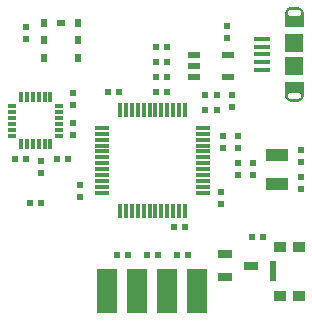
<source format=gtp>
G04*
G04 #@! TF.GenerationSoftware,Altium Limited,Altium Designer,22.3.1 (43)*
G04*
G04 Layer_Color=8421504*
%FSLAX25Y25*%
%MOIN*%
G70*
G04*
G04 #@! TF.SameCoordinates,8BB9F333-D91B-4341-8B3B-76DA7BD7A395*
G04*
G04*
G04 #@! TF.FilePolarity,Positive*
G04*
G01*
G75*
%ADD16C,0.00000*%
%ADD17R,0.03937X0.03543*%
%ADD18R,0.02165X0.06693*%
%ADD19R,0.02362X0.01968*%
%ADD20R,0.07500X0.04300*%
%ADD21R,0.01968X0.02362*%
%ADD22R,0.04528X0.03150*%
%ADD23R,0.06500X0.15000*%
%ADD24R,0.06102X0.05906*%
%ADD25R,0.05315X0.01575*%
%ADD26R,0.02756X0.02362*%
%ADD27R,0.02362X0.02756*%
%ADD28R,0.03150X0.01378*%
%ADD29R,0.01378X0.03347*%
%ADD30R,0.01181X0.04724*%
%ADD31R,0.04724X0.01181*%
%ADD32R,0.04331X0.02362*%
G36*
X103351Y100161D02*
X103349Y100058D01*
X103340Y99956D01*
X103327Y99853D01*
X103308Y99752D01*
X103284Y99652D01*
X103255Y99553D01*
X103220Y99456D01*
X103181Y99361D01*
X103137Y99268D01*
X103087Y99177D01*
X103034Y99089D01*
X102975Y99004D01*
X102912Y98923D01*
X102846Y98844D01*
X102775Y98769D01*
X102700Y98699D01*
X102621Y98632D01*
X102540Y98569D01*
X102455Y98510D01*
X102367Y98457D01*
X102276Y98408D01*
X102183Y98363D01*
X102088Y98324D01*
X101991Y98289D01*
X101892Y98260D01*
X101792Y98236D01*
X101691Y98217D01*
X101588Y98204D01*
X101486Y98196D01*
X101383Y98193D01*
X99217D01*
X99114Y98196D01*
X99012Y98204D01*
X98909Y98217D01*
X98808Y98236D01*
X98708Y98260D01*
X98609Y98289D01*
X98512Y98324D01*
X98417Y98363D01*
X98324Y98408D01*
X98233Y98457D01*
X98145Y98510D01*
X98060Y98569D01*
X97979Y98632D01*
X97900Y98699D01*
X97825Y98769D01*
X97754Y98844D01*
X97688Y98923D01*
X97625Y99004D01*
X97566Y99089D01*
X97513Y99177D01*
X97463Y99268D01*
X97419Y99361D01*
X97380Y99456D01*
X97345Y99553D01*
X97316Y99652D01*
X97292Y99752D01*
X97273Y99853D01*
X97260Y99956D01*
X97251Y100058D01*
X97249Y100161D01*
Y104886D01*
X103351D01*
Y100161D01*
D02*
G37*
G36*
X101486Y129686D02*
X101588Y129678D01*
X101691Y129665D01*
X101792Y129646D01*
X101892Y129622D01*
X101991Y129593D01*
X102088Y129558D01*
X102183Y129519D01*
X102276Y129474D01*
X102367Y129425D01*
X102455Y129371D01*
X102540Y129313D01*
X102621Y129250D01*
X102700Y129183D01*
X102775Y129112D01*
X102846Y129038D01*
X102912Y128959D01*
X102975Y128877D01*
X103034Y128793D01*
X103087Y128705D01*
X103137Y128614D01*
X103181Y128521D01*
X103220Y128426D01*
X103255Y128329D01*
X103284Y128230D01*
X103308Y128130D01*
X103327Y128028D01*
X103340Y127926D01*
X103349Y127823D01*
X103351Y127720D01*
Y122996D01*
X97249D01*
Y127720D01*
X97251Y127823D01*
X97260Y127926D01*
X97273Y128028D01*
X97292Y128130D01*
X97316Y128230D01*
X97345Y128329D01*
X97380Y128426D01*
X97419Y128521D01*
X97463Y128614D01*
X97513Y128705D01*
X97566Y128793D01*
X97625Y128877D01*
X97688Y128959D01*
X97754Y129038D01*
X97825Y129112D01*
X97900Y129183D01*
X97979Y129250D01*
X98060Y129313D01*
X98145Y129371D01*
X98233Y129425D01*
X98324Y129474D01*
X98417Y129519D01*
X98512Y129558D01*
X98609Y129593D01*
X98708Y129622D01*
X98808Y129646D01*
X98909Y129665D01*
X99012Y129678D01*
X99114Y129686D01*
X99217Y129689D01*
X101383D01*
X101486Y129686D01*
D02*
G37*
%LPC*%
G36*
X101579Y101146D02*
X99020D01*
X98969Y101144D01*
X98918Y101140D01*
X98866Y101134D01*
X98816Y101124D01*
X98766Y101112D01*
X98716Y101098D01*
X98668Y101080D01*
X98620Y101061D01*
X98574Y101038D01*
X98528Y101014D01*
X98484Y100987D01*
X98442Y100958D01*
X98401Y100926D01*
X98362Y100893D01*
X98325Y100857D01*
X98289Y100820D01*
X98256Y100781D01*
X98224Y100740D01*
X98195Y100698D01*
X98168Y100654D01*
X98144Y100608D01*
X98121Y100562D01*
X98102Y100514D01*
X98084Y100466D01*
X98070Y100416D01*
X98058Y100366D01*
X98048Y100315D01*
X98042Y100264D01*
X98038Y100213D01*
X98036Y100161D01*
X98038Y100110D01*
X98042Y100058D01*
X98048Y100007D01*
X98058Y99957D01*
X98070Y99907D01*
X98084Y99857D01*
X98102Y99809D01*
X98121Y99761D01*
X98144Y99715D01*
X98168Y99669D01*
X98195Y99625D01*
X98224Y99583D01*
X98256Y99542D01*
X98289Y99503D01*
X98325Y99465D01*
X98362Y99430D01*
X98401Y99397D01*
X98442Y99365D01*
X98484Y99336D01*
X98528Y99309D01*
X98574Y99284D01*
X98620Y99262D01*
X98668Y99243D01*
X98716Y99225D01*
X98766Y99211D01*
X98816Y99199D01*
X98866Y99189D01*
X98918Y99183D01*
X98969Y99178D01*
X99020Y99177D01*
X101579D01*
X101631Y99178D01*
X101682Y99183D01*
X101734Y99189D01*
X101784Y99199D01*
X101834Y99211D01*
X101884Y99225D01*
X101932Y99243D01*
X101980Y99262D01*
X102026Y99284D01*
X102072Y99309D01*
X102116Y99336D01*
X102158Y99365D01*
X102199Y99397D01*
X102238Y99430D01*
X102276Y99465D01*
X102311Y99503D01*
X102344Y99542D01*
X102376Y99583D01*
X102405Y99625D01*
X102432Y99669D01*
X102456Y99715D01*
X102479Y99761D01*
X102498Y99809D01*
X102516Y99857D01*
X102530Y99907D01*
X102542Y99957D01*
X102552Y100007D01*
X102558Y100058D01*
X102562Y100110D01*
X102564Y100161D01*
X102562Y100213D01*
X102558Y100264D01*
X102552Y100315D01*
X102542Y100366D01*
X102530Y100416D01*
X102516Y100466D01*
X102498Y100514D01*
X102479Y100562D01*
X102456Y100608D01*
X102432Y100654D01*
X102405Y100698D01*
X102376Y100740D01*
X102344Y100781D01*
X102311Y100820D01*
X102276Y100857D01*
X102238Y100893D01*
X102199Y100926D01*
X102158Y100958D01*
X102116Y100987D01*
X102072Y101014D01*
X102026Y101038D01*
X101980Y101061D01*
X101932Y101080D01*
X101884Y101098D01*
X101834Y101112D01*
X101784Y101124D01*
X101734Y101134D01*
X101682Y101140D01*
X101631Y101144D01*
X101579Y101146D01*
D02*
G37*
G36*
Y128705D02*
X99020D01*
X98969Y128703D01*
X98918Y128699D01*
X98866Y128693D01*
X98816Y128683D01*
X98766Y128671D01*
X98716Y128657D01*
X98668Y128639D01*
X98620Y128620D01*
X98574Y128597D01*
X98528Y128573D01*
X98484Y128546D01*
X98442Y128517D01*
X98401Y128485D01*
X98362Y128452D01*
X98325Y128417D01*
X98289Y128379D01*
X98256Y128340D01*
X98224Y128299D01*
X98195Y128256D01*
X98168Y128213D01*
X98144Y128167D01*
X98121Y128121D01*
X98102Y128073D01*
X98084Y128025D01*
X98070Y127975D01*
X98058Y127925D01*
X98048Y127875D01*
X98042Y127823D01*
X98038Y127772D01*
X98036Y127720D01*
X98038Y127669D01*
X98042Y127618D01*
X98048Y127567D01*
X98058Y127516D01*
X98070Y127466D01*
X98084Y127416D01*
X98102Y127368D01*
X98121Y127320D01*
X98144Y127274D01*
X98168Y127228D01*
X98195Y127184D01*
X98224Y127142D01*
X98256Y127101D01*
X98289Y127062D01*
X98325Y127024D01*
X98362Y126989D01*
X98401Y126956D01*
X98442Y126924D01*
X98484Y126895D01*
X98528Y126868D01*
X98574Y126844D01*
X98620Y126821D01*
X98668Y126802D01*
X98716Y126784D01*
X98766Y126770D01*
X98816Y126758D01*
X98866Y126748D01*
X98918Y126742D01*
X98969Y126738D01*
X99020Y126736D01*
X101579D01*
X101631Y126738D01*
X101682Y126742D01*
X101734Y126748D01*
X101784Y126758D01*
X101834Y126770D01*
X101884Y126784D01*
X101932Y126802D01*
X101980Y126821D01*
X102026Y126844D01*
X102072Y126868D01*
X102116Y126895D01*
X102158Y126924D01*
X102199Y126956D01*
X102238Y126989D01*
X102276Y127024D01*
X102311Y127062D01*
X102344Y127101D01*
X102376Y127142D01*
X102405Y127184D01*
X102432Y127228D01*
X102456Y127274D01*
X102479Y127320D01*
X102498Y127368D01*
X102516Y127416D01*
X102530Y127466D01*
X102542Y127516D01*
X102552Y127567D01*
X102558Y127618D01*
X102562Y127669D01*
X102564Y127720D01*
X102562Y127772D01*
X102558Y127823D01*
X102552Y127875D01*
X102542Y127925D01*
X102530Y127975D01*
X102516Y128025D01*
X102498Y128073D01*
X102479Y128121D01*
X102456Y128167D01*
X102432Y128213D01*
X102405Y128256D01*
X102376Y128299D01*
X102344Y128340D01*
X102311Y128379D01*
X102276Y128417D01*
X102238Y128452D01*
X102199Y128485D01*
X102158Y128517D01*
X102116Y128546D01*
X102072Y128573D01*
X102026Y128597D01*
X101980Y128620D01*
X101932Y128639D01*
X101884Y128657D01*
X101834Y128671D01*
X101784Y128683D01*
X101734Y128693D01*
X101682Y128699D01*
X101631Y128703D01*
X101579Y128705D01*
D02*
G37*
%LPD*%
D16*
X102662Y127720D02*
X103331D01*
X97268Y100161D02*
X97938D01*
D17*
X101878Y33551D02*
D03*
X95583D02*
D03*
Y49693D02*
D03*
X101878D02*
D03*
D18*
X93122Y41622D02*
D03*
D19*
X57968Y116500D02*
D03*
X54031D02*
D03*
X24969Y79000D02*
D03*
X21032D02*
D03*
X44969Y47000D02*
D03*
X41032D02*
D03*
X54969D02*
D03*
X51032D02*
D03*
X12032Y64500D02*
D03*
X15969D02*
D03*
X70410Y100500D02*
D03*
X74347D02*
D03*
X54031Y101500D02*
D03*
X57968D02*
D03*
X54031Y106500D02*
D03*
X57968D02*
D03*
X70410Y95500D02*
D03*
X74347D02*
D03*
X57968Y111500D02*
D03*
X54031D02*
D03*
X61032Y47000D02*
D03*
X64969D02*
D03*
X86032Y53000D02*
D03*
X89969D02*
D03*
X38032Y101500D02*
D03*
X41969D02*
D03*
X63968Y56500D02*
D03*
X60031D02*
D03*
X7032Y79000D02*
D03*
X10968D02*
D03*
D20*
X94500Y80522D02*
D03*
Y70722D02*
D03*
D21*
X81500Y73654D02*
D03*
Y77591D02*
D03*
X86500Y73654D02*
D03*
Y77591D02*
D03*
X11000Y119032D02*
D03*
Y122968D02*
D03*
X102500Y78031D02*
D03*
Y81968D02*
D03*
Y72969D02*
D03*
Y69032D02*
D03*
X29000Y66531D02*
D03*
Y70468D02*
D03*
X76000Y67968D02*
D03*
Y64031D02*
D03*
X76500Y86568D02*
D03*
Y82631D02*
D03*
X81500Y86568D02*
D03*
Y82631D02*
D03*
X26500Y100937D02*
D03*
Y97000D02*
D03*
X16000Y78469D02*
D03*
Y74532D02*
D03*
X26500Y91000D02*
D03*
Y87063D02*
D03*
X79500Y100268D02*
D03*
Y96332D02*
D03*
X78000Y119532D02*
D03*
Y123468D02*
D03*
D22*
X85929Y43500D02*
D03*
X77071Y39760D02*
D03*
Y47240D02*
D03*
D23*
X68000Y35122D02*
D03*
X58000D02*
D03*
X48000D02*
D03*
X38000D02*
D03*
D24*
X100300Y117878D02*
D03*
Y110004D02*
D03*
D25*
X89670Y119059D02*
D03*
Y116500D02*
D03*
Y113941D02*
D03*
Y111382D02*
D03*
Y108823D02*
D03*
D26*
X22500Y124500D02*
D03*
D27*
X28209D02*
D03*
Y118595D02*
D03*
Y112689D02*
D03*
X16791D02*
D03*
Y118595D02*
D03*
Y124500D02*
D03*
D28*
X6229Y96693D02*
D03*
Y94725D02*
D03*
Y92756D02*
D03*
Y90788D02*
D03*
Y88819D02*
D03*
Y86851D02*
D03*
X21929D02*
D03*
Y88819D02*
D03*
Y90788D02*
D03*
Y92756D02*
D03*
Y94725D02*
D03*
Y96693D02*
D03*
D29*
X9157Y83922D02*
D03*
X11126D02*
D03*
X13094D02*
D03*
X15063D02*
D03*
X17031D02*
D03*
X19000D02*
D03*
Y99622D02*
D03*
X17031D02*
D03*
X15063D02*
D03*
X13094D02*
D03*
X11126D02*
D03*
X9157D02*
D03*
D30*
X63827Y61890D02*
D03*
X61858D02*
D03*
X59890D02*
D03*
X57921D02*
D03*
X55953D02*
D03*
X53984D02*
D03*
X52016D02*
D03*
X50047D02*
D03*
X48079D02*
D03*
X46110D02*
D03*
X44142D02*
D03*
X42173D02*
D03*
Y95354D02*
D03*
X44142D02*
D03*
X46110D02*
D03*
X48079D02*
D03*
X50047D02*
D03*
X52016D02*
D03*
X53984D02*
D03*
X55953D02*
D03*
X57921D02*
D03*
X59890D02*
D03*
X61858D02*
D03*
X63827D02*
D03*
D31*
X36268Y67795D02*
D03*
Y69764D02*
D03*
Y71732D02*
D03*
Y73701D02*
D03*
Y75669D02*
D03*
Y77638D02*
D03*
Y79606D02*
D03*
Y81575D02*
D03*
Y83543D02*
D03*
Y85512D02*
D03*
Y87480D02*
D03*
Y89449D02*
D03*
X69732D02*
D03*
Y87480D02*
D03*
Y85512D02*
D03*
Y83543D02*
D03*
Y81575D02*
D03*
Y79606D02*
D03*
Y77638D02*
D03*
Y75669D02*
D03*
Y73701D02*
D03*
Y71732D02*
D03*
Y69764D02*
D03*
Y67795D02*
D03*
D32*
X66988Y113740D02*
D03*
Y110000D02*
D03*
Y106260D02*
D03*
X78012D02*
D03*
Y113740D02*
D03*
M02*

</source>
